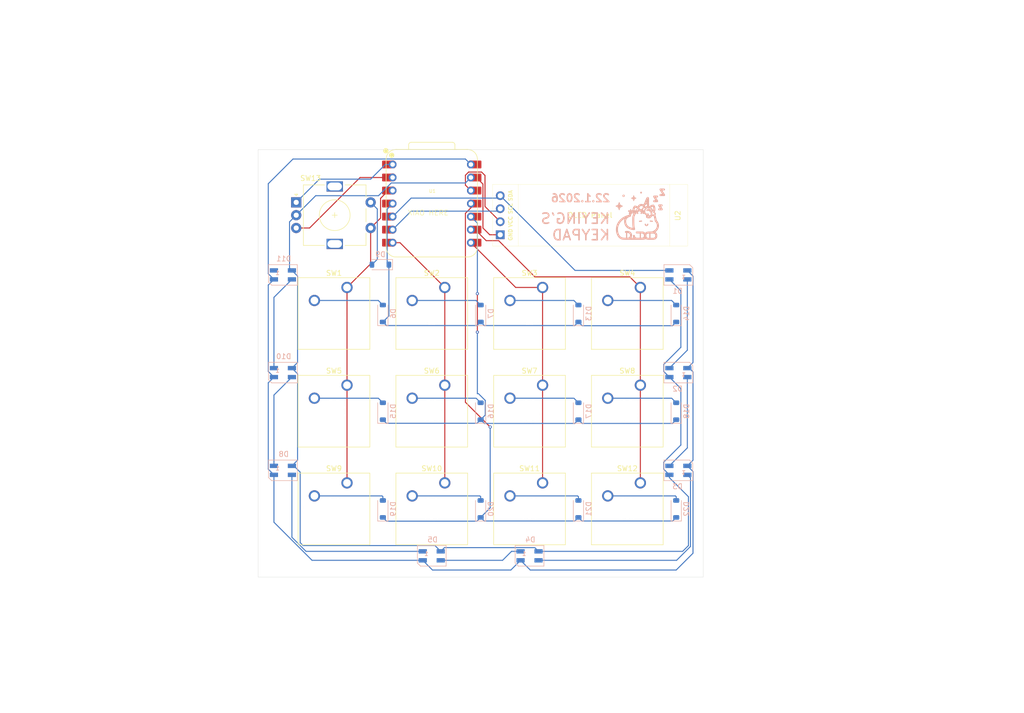
<source format=kicad_pcb>
(kicad_pcb (version 20241229) (generator "pcbnew") (generator_version "9.0")
  (layers (0 "F.Cu" signal) (2 "B.Cu" signal) (13 "F.Paste" user) (15 "B.Paste" user) (5 "F.SilkS" user "F.Silkscreen") (7 "B.SilkS" user "B.Silkscreen") (1 "F.Mask" user) (3 "B.Mask" user) (25 "Edge.Cuts" user))
  (net 0 "")
  (net 1 "+5V")
  (net 2 "GND")
  (net 3 "Net-(D6-A)")
  (net 4 "Net-(D7-A)")
  (net 5 "Net-(D13-A)")
  (net 6 "Net-(D15-A)")
  (net 7 "Net-(D16-A)")
  (net 8 "Net-(D17-A)")
  (net 9 "Net-(D18-A)")
  (net 10 "Net-(D19-A)")
  (net 11 "Row 2")
  (net 12 "Net-(D20-A)")
  (net 13 "Net-(D21-A)")
  (net 14 "Net-(D22-A)")
  (net 15 "Column 3")
  (net 16 "Column 2")
  (net 17 "Column 1")
  (net 18 "Column 0")
  (net 19 "Net-(D1-DOUT)")
  (net 20 "Net-(D2-DOUT)")
  (net 21 "Net-(D5-DOUT)")
  (net 22 "A")
  (net 23 "B")
  (net 24 "Net-(D1-DIN)")
  (net 25 "E")
  (net 26 "Net-(D9-A)")
  (net 27 "Net-(D14-A)")
  (net 28 "Net-(D3-DOUT)")
  (net 29 "Net-(D4-DOUT)")
  (net 30 "Net-(D10-DIN)")
  (net 31 "Net-(D10-DOUT)")
  (net 33 "Row 1")
  (net 34 "Net-(U1-GPIO7{slash}SCL)")
  (net 35 "+3.3V")
  (footprint "Button_Switch_Keyboard:MX CHERRY SWITCH" (layer "F.Cu") (at 140.6525 87.78875)
    (property "Reference" "SW2" (at -2.54 -2.794 0) (layer "F.SilkS"))
    (property "Value" "SW_Push_45deg")
    (pad "" np_thru_hole circle (at -7.62 5.08) (size 1.7 1.7) (drill 1.7) (layers "*.Cu" "*.Mask"))
    (pad "" np_thru_hole circle (at -2.54 5.08) (size 4 4) (drill 4) (layers "*.Cu" "*.Mask"))
    (pad "" np_thru_hole circle (at 2.54 5.08) (size 1.7 1.7) (drill 1.7) (layers "*.Cu" "*.Mask"))
    (pad "1" thru_hole circle (at 0 0) (size 2.2 2.2) (drill 1.5) (layers "*.Cu" "*.Mask") (net 16 "Column 2"))
    (pad "2" thru_hole circle (at -6.35 2.54) (size 2.2 2.2) (drill 1.5) (layers "*.Cu" "*.Mask") (net 4 "Net-(D7-A)"))
  )
  (footprint "OPL Lib:XIAO-RP2040-DIP" (layer "F.Cu") (at 138.1125 71.4375)
    (property "Reference" "U1" (at 0.1125 -2.4375 0) (layer "F.SilkS") (effects (font (size 0.635 0.635) (thickness 0.1016))))
    (property "Value" "XIAO-RP2040-DIP")
    (pad "1" smd roundrect (at -8.455 -7.62 180) (size 2.432 1.524) (layers "F.Cu" "F.Mask") (roundrect_rratio 0.1) (net 22 "A"))
    (pad "1" thru_hole circle (at -7.62 -7.62 180) (size 1.524 1.524) (drill 0.889) (layers "*.Cu" "*.Mask") (net 22 "A"))
    (pad "2" smd roundrect (at -8.455 -5.08 180) (size 2.432 1.524) (layers "F.Cu" "F.Mask") (roundrect_rratio 0.1) (net 23 "B"))
    (pad "2" thru_hole circle (at -7.62 -5.08 180) (size 1.524 1.524) (drill 0.889) (layers "*.Cu" "*.Mask") (net 23 "B"))
    (pad "3" smd roundrect (at -8.455 -2.54 180) (size 2.432 1.524) (layers "F.Cu" "F.Mask") (roundrect_rratio 0.1) (net 15 "Column 3"))
    (pad "3" thru_hole circle (at -7.62 -2.54 180) (size 1.524 1.524) (drill 0.889) (layers "*.Cu" "*.Mask") (net 15 "Column 3"))
    (pad "4" smd roundrect (at -8.455 0 180) (size 2.432 1.524) (layers "F.Cu" "F.Mask") (roundrect_rratio 0.1) (net 25 "E"))
    (pad "4" thru_hole circle (at -7.62 0 180) (size 1.524 1.524) (drill 0.889) (layers "*.Cu" "*.Mask") (net 25 "E"))
    (pad "5" smd roundrect (at -8.455 2.54 180) (size 2.432 1.524) (layers "F.Cu" "F.Mask") (roundrect_rratio 0.1) (net 24 "Net-(D1-DIN)"))
    (pad "5" thru_hole circle (at -7.62 2.54 180) (size 1.524 1.524) (drill 0.889) (layers "*.Cu" "*.Mask") (net 24 "Net-(D1-DIN)"))
    (pad "6" smd roundrect (at -8.455 5.08 180) (size 2.432 1.524) (layers "F.Cu" "F.Mask") (roundrect_rratio 0.1) (net 34 "Net-(U1-GPIO7{slash}SCL)"))
    (pad "6" thru_hole circle (at -7.62 5.08 180) (size 1.524 1.524) (drill 0.889) (layers "*.Cu" "*.Mask") (net 34 "Net-(U1-GPIO7{slash}SCL)"))
    (pad "7" smd roundrect (at -8.455 7.62 180) (size 2.432 1.524) (layers "F.Cu" "F.Mask") (roundrect_rratio 0.1) (net 16 "Column 2"))
    (pad "7" thru_hole circle (at -7.62 7.62 180) (size 1.524 1.524) (drill 0.889) (layers "*.Cu" "*.Mask") (net 16 "Column 2"))
    (pad "8" thru_hole circle (at 7.62 7.62) (size 1.524 1.524) (drill 0.889) (layers "*.Cu" "*.Mask") (net 17 "Column 1"))
    (pad "8" smd roundrect (at 8.455 7.62) (size 2.432 1.524) (layers "F.Cu" "F.Mask") (roundrect_rratio 0.1) (net 17 "Column 1"))
    (pad "9" thru_hole circle (at 7.62 5.08) (size 1.524 1.524) (drill 0.889) (layers "*.Cu" "*.Mask") (net 18 "Column 0"))
    (pad "9" smd roundrect (at 8.455 5.08) (size 2.432 1.524) (layers "F.Cu" "F.Mask") (roundrect_rratio 0.1) (net 18 "Column 0"))
    (pad "10" thru_hole circle (at 7.62 2.54) (size 1.524 1.524) (drill 0.889) (layers "*.Cu" "*.Mask") (net 33 "Row 1"))
    (pad "10" smd roundrect (at 8.455 2.54) (size 2.432 1.524) (layers "F.Cu" "F.Mask") (roundrect_rratio 0.1) (net 33 "Row 1"))
    (pad "11" thru_hole circle (at 7.62 0) (size 1.524 1.524) (drill 0.889) (layers "*.Cu" "*.Mask") (net 11 "Row 2"))
    (pad "11" smd roundrect (at 8.455 0) (size 2.432 1.524) (layers "F.Cu" "F.Mask") (roundrect_rratio 0.1) (net 11 "Row 2"))
    (pad "12" thru_hole circle (at 7.62 -2.54) (size 1.524 1.524) (drill 0.889) (layers "*.Cu" "*.Mask") (net 35 "+3.3V"))
    (pad "12" smd roundrect (at 8.455 -2.54) (size 2.432 1.524) (layers "F.Cu" "F.Mask") (roundrect_rratio 0.1) (net 35 "+3.3V"))
    (pad "13" thru_hole circle (at 7.62 -5.08) (size 1.524 1.524) (drill 0.889) (layers "*.Cu" "*.Mask") (net 2 "GND"))
    (pad "13" smd roundrect (at 8.455 -5.08) (size 2.432 1.524) (layers "F.Cu" "F.Mask") (roundrect_rratio 0.1) (net 2 "GND"))
    (pad "14" thru_hole circle (at 7.62 -7.62) (size 1.524 1.524) (drill 0.889) (layers "*.Cu" "*.Mask") (net 1 "+5V"))
    (pad "14" smd roundrect (at 8.455 -7.62) (size 2.432 1.524) (layers "F.Cu" "F.Mask") (roundrect_rratio 0.1) (net 1 "+5V"))
  )
  (footprint "Button_Switch_Keyboard:MX CHERRY SWITCH" (layer "F.Cu") (at 140.6525 125.88875)
    (property "Reference" "SW10" (at -2.54 -2.794 0) (layer "F.SilkS"))
    (property "Value" "SW_Push_45deg")
    (pad "" np_thru_hole circle (at -7.62 5.08) (size 1.7 1.7) (drill 1.7) (layers "*.Cu" "*.Mask"))
    (pad "" np_thru_hole circle (at -2.54 5.08) (size 4 4) (drill 4) (layers "*.Cu" "*.Mask"))
    (pad "" np_thru_hole circle (at 2.54 5.08) (size 1.7 1.7) (drill 1.7) (layers "*.Cu" "*.Mask"))
    (pad "1" thru_hole circle (at 0 0) (size 2.2 2.2) (drill 1.5) (layers "*.Cu" "*.Mask") (net 16 "Column 2"))
    (pad "2" thru_hole circle (at -6.35 2.54) (size 2.2 2.2) (drill 1.5) (layers "*.Cu" "*.Mask") (net 12 "Net-(D20-A)"))
  )
  (footprint "Button_Switch_Keyboard:MX CHERRY SWITCH" (layer "F.Cu") (at 159.7025 106.83875)
    (property "Reference" "SW7" (at -2.54 -2.794 0) (layer "F.SilkS"))
    (property "Value" "SW_Push_45deg")
    (pad "" np_thru_hole circle (at -7.62 5.08) (size 1.7 1.7) (drill 1.7) (layers "*.Cu" "*.Mask"))
    (pad "" np_thru_hole circle (at -2.54 5.08) (size 4 4) (drill 4) (layers "*.Cu" "*.Mask"))
    (pad "" np_thru_hole circle (at 2.54 5.08) (size 1.7 1.7) (drill 1.7) (layers "*.Cu" "*.Mask"))
    (pad "1" thru_hole circle (at 0 0) (size 2.2 2.2) (drill 1.5) (layers "*.Cu" "*.Mask") (net 17 "Column 1"))
    (pad "2" thru_hole circle (at -6.35 2.54) (size 2.2 2.2) (drill 1.5) (layers "*.Cu" "*.Mask") (net 8 "Net-(D17-A)"))
  )
  (footprint "Button_Switch_Keyboard:MX CHERRY SWITCH" (layer "F.Cu") (at 178.7525 87.78875)
    (property "Reference" "SW4" (at -2.54 -2.794 0) (layer "F.SilkS"))
    (property "Value" "SW_Push_45deg")
    (pad "" np_thru_hole circle (at -7.62 5.08) (size 1.7 1.7) (drill 1.7) (layers "*.Cu" "*.Mask"))
    (pad "" np_thru_hole circle (at -2.54 5.08) (size 4 4) (drill 4) (layers "*.Cu" "*.Mask"))
    (pad "" np_thru_hole circle (at 2.54 5.08) (size 1.7 1.7) (drill 1.7) (layers "*.Cu" "*.Mask"))
    (pad "1" thru_hole circle (at 0 0) (size 2.2 2.2) (drill 1.5) (layers "*.Cu" "*.Mask") (net 18 "Column 0"))
    (pad "2" thru_hole circle (at -6.35 2.54) (size 2.2 2.2) (drill 1.5) (layers "*.Cu" "*.Mask") (net 27 "Net-(D14-A)"))
  )
  (footprint "Button_Switch_Keyboard:MX CHERRY SWITCH" (layer "F.Cu") (at 159.7025 87.78875)
    (property "Reference" "SW3" (at -2.54 -2.794 0) (layer "F.SilkS"))
    (property "Value" "SW_Push_45deg")
    (pad "" np_thru_hole circle (at -7.62 5.08) (size 1.7 1.7) (drill 1.7) (layers "*.Cu" "*.Mask"))
    (pad "" np_thru_hole circle (at -2.54 5.08) (size 4 4) (drill 4) (layers "*.Cu" "*.Mask"))
    (pad "" np_thru_hole circle (at 2.54 5.08) (size 1.7 1.7) (drill 1.7) (layers "*.Cu" "*.Mask"))
    (pad "1" thru_hole circle (at 0 0) (size 2.2 2.2) (drill 1.5) (layers "*.Cu" "*.Mask") (net 17 "Column 1"))
    (pad "2" thru_hole circle (at -6.35 2.54) (size 2.2 2.2) (drill 1.5) (layers "*.Cu" "*.Mask") (net 5 "Net-(D13-A)"))
  )
  (footprint "Button_Switch_Keyboard:MX CHERRY SWITCH" (layer "F.Cu") (at 178.7525 125.88875)
    (property "Reference" "SW12" (at -2.54 -2.794 0) (layer "F.SilkS"))
    (property "Value" "SW_Push_45deg")
    (pad "" np_thru_hole circle (at -7.62 5.08) (size 1.7 1.7) (drill 1.7) (layers "*.Cu" "*.Mask"))
    (pad "" np_thru_hole circle (at -2.54 5.08) (size 4 4) (drill 4) (layers "*.Cu" "*.Mask"))
    (pad "" np_thru_hole circle (at 2.54 5.08) (size 1.7 1.7) (drill 1.7) (layers "*.Cu" "*.Mask"))
    (pad "1" thru_hole circle (at 0 0) (size 2.2 2.2) (drill 1.5) (layers "*.Cu" "*.Mask") (net 18 "Column 0"))
    (pad "2" thru_hole circle (at -6.35 2.54) (size 2.2 2.2) (drill 1.5) (layers "*.Cu" "*.Mask") (net 14 "Net-(D22-A)"))
  )
  (footprint "Button_Switch_Keyboard:MX CHERRY SWITCH" (layer "F.Cu") (at 178.7525 106.83875)
    (property "Reference" "SW8" (at -2.54 -2.794 0) (layer "F.SilkS"))
    (property "Value" "SW_Push_45deg")
    (pad "" np_thru_hole circle (at -7.62 5.08) (size 1.7 1.7) (drill 1.7) (layers "*.Cu" "*.Mask"))
    (pad "" np_thru_hole circle (at -2.54 5.08) (size 4 4) (drill 4) (layers "*.Cu" "*.Mask"))
    (pad "" np_thru_hole circle (at 2.54 5.08) (size 1.7 1.7) (drill 1.7) (layers "*.Cu" "*.Mask"))
    (pad "1" thru_hole circle (at 0 0) (size 2.2 2.2) (drill 1.5) (layers "*.Cu" "*.Mask") (net 18 "Column 0"))
    (pad "2" thru_hole circle (at -6.35 2.54) (size 2.2 2.2) (drill 1.5) (layers "*.Cu" "*.Mask") (net 9 "Net-(D18-A)"))
  )
  (footprint "OLED:SSD1306-0.91-OLED-4pin-128x32" (layer "F.Cu") (at 187.95375 79.70375 180)
    (property "Reference" "U2" (at 1.9 5.91 90) (layer "F.SilkS"))
    (property "Value" "SSD1306")
    (fp_text user "SDA" (at 34.5 9.81 90) (layer "F.SilkS") (effects (font (size 0.75 0.75))))
    (fp_text user "OLED Panel" (at 19 6 0) (layer "F.SilkS"))
    (fp_text user "GND" (at 34.5 2.19 90) (layer "F.SilkS") (effects (font (size 0.75 0.75))))
    (fp_text user "VCC" (at 34.5 4.73 90) (layer "F.SilkS") (effects (font (size 0.75 0.75))))
    (fp_text user "SCL" (at 34.5 7.27 90) (layer "F.SilkS") (effects (font (size 0.75 0.75))))
    (pad "1" thru_hole rect (at 36.5 2.19 180) (size 1.7 1.7) (drill 1) (layers "*.Cu" "*.Mask") (net 2 "GND"))
    (pad "2" thru_hole oval (at 36.5 4.73 180) (size 1.7 1.7) (drill 1) (layers "*.Cu" "*.Mask") (net 35 "+3.3V"))
    (pad "3" thru_hole oval (at 36.5 7.27 180) (size 1.7 1.7) (drill 1) (layers "*.Cu" "*.Mask") (net 34 "Net-(U1-GPIO7{slash}SCL)"))
    (pad "4" thru_hole oval (at 36.5 9.81 180) (size 1.7 1.7) (drill 1) (layers "*.Cu" "*.Mask") (net 24 "Net-(D1-DIN)"))
  )
  (footprint "Button_Switch_Keyboard:MX CHERRY SWITCH" (layer "F.Cu") (at 159.7025 125.88875)
    (property "Reference" "SW11" (at -2.54 -2.794 0) (layer "F.SilkS"))
    (property "Value" "SW_Push_45deg")
    (pad "" np_thru_hole circle (at -7.62 5.08) (size 1.7 1.7) (drill 1.7) (layers "*.Cu" "*.Mask"))
    (pad "" np_thru_hole circle (at -2.54 5.08) (size 4 4) (drill 4) (layers "*.Cu" "*.Mask"))
    (pad "" np_thru_hole circle (at 2.54 5.08) (size 1.7 1.7) (drill 1.7) (layers "*.Cu" "*.Mask"))
    (pad "1" thru_hole circle (at 0 0) (size 2.2 2.2) (drill 1.5) (layers "*.Cu" "*.Mask") (net 17 "Column 1"))
    (pad "2" thru_hole circle (at -6.35 2.54) (size 2.2 2.2) (drill 1.5) (layers "*.Cu" "*.Mask") (net 13 "Net-(D21-A)"))
  )
  (footprint "Button_Switch_Keyboard:MX CHERRY SWITCH" (layer "F.Cu") (at 121.6025 125.88875)
    (property "Reference" "SW9" (at -2.54 -2.794 0) (layer "F.SilkS"))
    (property "Value" "SW_Push_45deg")
    (pad "" np_thru_hole circle (at -7.62 5.08) (size 1.7 1.7) (drill 1.7) (layers "*.Cu" "*.Mask"))
    (pad "" np_thru_hole circle (at -2.54 5.08) (size 4 4) (drill 4) (layers "*.Cu" "*.Mask"))
    (pad "" np_thru_hole circle (at 2.54 5.08) (size 1.7 1.7) (drill 1.7) (layers "*.Cu" "*.Mask"))
    (pad "1" thru_hole circle (at 0 0) (size 2.2 2.2) (drill 1.5) (layers "*.Cu" "*.Mask") (net 15 "Column 3"))
    (pad "2" thru_hole circle (at -6.35 2.54) (size 2.2 2.2) (drill 1.5) (layers "*.Cu" "*.Mask") (net 10 "Net-(D19-A)"))
  )
  (footprint "Button_Switch_Keyboard:MX CHERRY SWITCH" (layer "F.Cu") (at 140.6525 106.83875)
    (property "Reference" "SW6" (at -2.54 -2.794 0) (layer "F.SilkS"))
    (property "Value" "SW_Push_45deg")
    (pad "" np_thru_hole circle (at -7.62 5.08) (size 1.7 1.7) (drill 1.7) (layers "*.Cu" "*.Mask"))
    (pad "" np_thru_hole circle (at -2.54 5.08) (size 4 4) (drill 4) (layers "*.Cu" "*.Mask"))
    (pad "" np_thru_hole circle (at 2.54 5.08) (size 1.7 1.7) (drill 1.7) (layers "*.Cu" "*.Mask"))
    (pad "1" thru_hole circle (at 0 0) (size 2.2 2.2) (drill 1.5) (layers "*.Cu" "*.Mask") (net 16 "Column 2"))
    (pad "2" thru_hole circle (at -6.35 2.54) (size 2.2 2.2) (drill 1.5) (layers "*.Cu" "*.Mask") (net 7 "Net-(D16-A)"))
  )
  (footprint "Rotary encoder:RotaryEncoder_Alps_EC11E-Switch_Vertical_H20mm" (layer "F.Cu") (at 111.70625 71.2)
    (property "Reference" "SW13" (at 2.8 -4.7 0) (layer "F.SilkS"))
    (property "Value" "RotaryEncoder_Switch")
    (pad "A" thru_hole rect (at 0 0) (size 2 2) (drill 1) (layers "*.Cu" "*.Mask") (net 22 "A"))
    (pad "B" thru_hole circle (at 0 5) (size 2 2) (drill 1) (layers "*.Cu" "*.Mask") (net 23 "B"))
    (pad "C" thru_hole circle (at 0 2.5) (size 2 2) (drill 1) (layers "*.Cu" "*.Mask") (net 2 "GND"))
    (pad "MP" thru_hole rect (at 7.5 -3.1) (size 3.2 2) (drill oval 2.8 1.5) (layers "*.Cu" "*.Mask"))
    (pad "MP" thru_hole rect (at 7.5 8.1) (size 3.2 2) (drill oval 2.8 1.5) (layers "*.Cu" "*.Mask"))
    (pad "S1" thru_hole circle (at 14.5 5) (size 2 2) (drill 1) (layers "*.Cu" "*.Mask") (net 15 "Column 3"))
    (pad "S2" thru_hole circle (at 14.5 0) (size 2 2) (drill 1) (layers "*.Cu" "*.Mask") (net 26 "Net-(D9-A)"))
  )
  (footprint "Button_Switch_Keyboard:MX CHERRY SWITCH" (layer "F.Cu") (at 121.6025 87.78875)
    (property "Reference" "SW1" (at -2.54 -2.794 0) (layer "F.SilkS"))
    (property "Value" "SW_Push_45deg")
    (pad "" np_thru_hole circle (at -7.62 5.08) (size 1.7 1.7) (drill 1.7) (layers "*.Cu" "*.Mask"))
    (pad "" np_thru_hole circle (at -2.54 5.08) (size 4 4) (drill 4) (layers "*.Cu" "*.Mask"))
    (pad "" np_thru_hole circle (at 2.54 5.08) (size 1.7 1.7) (drill 1.7) (layers "*.Cu" "*.Mask"))
    (pad "1" thru_hole circle (at 0 0) (size 2.2 2.2) (drill 1.5) (layers "*.Cu" "*.Mask") (net 15 "Column 3"))
    (pad "2" thru_hole circle (at -6.35 2.54) (size 2.2 2.2) (drill 1.5) (layers "*.Cu" "*.Mask") (net 3 "Net-(D6-A)"))
  )
  (footprint "Button_Switch_Keyboard:MX CHERRY SWITCH" (layer "F.Cu") (at 121.6025 106.83875)
    (property "Reference" "SW5" (at -2.54 -2.794 0) (layer "F.SilkS"))
    (property "Value" "SW_Push_45deg")
    (pad "" np_thru_hole circle (at -7.62 5.08) (size 1.7 1.7) (drill 1.7) (layers "*.Cu" "*.Mask"))
    (pad "" np_thru_hole circle (at -2.54 5.08) (size 4 4) (drill 4) (layers "*.Cu" "*.Mask"))
    (pad "" np_thru_hole circle (at 2.54 5.08) (size 1.7 1.7) (drill 1.7) (layers "*.Cu" "*.Mask"))
    (pad "1" thru_hole circle (at 0 0) (size 2.2 2.2) (drill 1.5) (layers "*.Cu" "*.Mask") (net 15 "Column 3"))
    (pad "2" thru_hole circle (at -6.35 2.54) (size 2.2 2.2) (drill 1.5) (layers "*.Cu" "*.Mask") (net 6 "Net-(D15-A)"))
  )
  (footprint "Diode_SMD:D_SOD-123" (layer "B.Cu") (at 185.7375 92.86875 90)
    (property "Reference" "D14" (at 0 2 270) (layer "B.SilkS") (effects (justify mirror)))
    (property "Value" "1N4148WT")
    (pad "1" smd roundrect (at -1.65 0 90) (size 0.9 1.2) (layers "B.Cu" "B.Mask" "B.Paste") (net 25 "E"))
    (pad "2" smd roundrect (at 1.65 0 90) (size 0.9 1.2) (layers "B.Cu" "B.Mask" "B.Paste") (net 27 "Net-(D14-A)"))
  )
  (footprint "LED_SMD:LEDSK6812 MODEL" (layer "B.Cu") (at 138.1125 140.1125 180)
    (property "Reference" "D5" (at -0.15625 3.15625 0) (layer "B.SilkS") (effects (justify mirror)))
    (property "Value" "SK6812")
    (fp_text user "1" (at 1.051371 0.402742 0) (layer "B.SilkS") (effects (font (size 0.8 0.8)) (justify mirror)))
    (pad "1" smd rect (at -1.75 0.875 180) (size 1.6 0.85) (layers "B.Cu" "B.Mask" "B.Paste") (net 2 "GND"))
    (pad "2" smd rect (at -1.75 -0.875 180) (size 1.6 0.85) (layers "B.Cu" "B.Mask" "B.Paste") (net 29 "Net-(D4-DOUT)"))
    (pad "3" smd rect (at 1.75 -0.875 180) (size 1.6 0.85) (layers "B.Cu" "B.Mask" "B.Paste") (net 1 "+5V"))
    (pad "4" smd rect (at 1.75 0.875 180) (size 1.6 0.85) (layers "B.Cu" "B.Mask" "B.Paste") (net 21 "Net-(D5-DOUT)"))
  )
  (footprint "Diode_SMD:D_SOD-123" (layer "B.Cu") (at 128.5875 111.91875 90)
    (property "Reference" "D15" (at 0 2 270) (layer "B.SilkS") (effects (justify mirror)))
    (property "Value" "1N4148WT")
    (pad "1" smd roundrect (at -1.65 0 90) (size 0.9 1.2) (layers "B.Cu" "B.Mask" "B.Paste") (net 33 "Row 1"))
    (pad "2" smd roundrect (at 1.65 0 90) (size 0.9 1.2) (layers "B.Cu" "B.Mask" "B.Paste") (net 6 "Net-(D15-A)"))
  )
  (footprint "Diode_SMD:D_SOD-123" (layer "B.Cu") (at 128.11125 83.34375 180)
    (property "Reference" "D9" (at 0 2 0) (layer "B.SilkS") (effects (justify mirror)))
    (property "Value" "1N4148WT")
    (pad "1" smd roundrect (at -1.65 0 180) (size 0.9 1.2) (layers "B.Cu" "B.Mask" "B.Paste") (net 25 "E"))
    (pad "2" smd roundrect (at 1.65 0 180) (size 0.9 1.2) (layers "B.Cu" "B.Mask" "B.Paste") (net 26 "Net-(D9-A)"))
  )
  (footprint "Hackpad:unicorn 12x12" (layer "B.Cu") (at 178.75 73.5 180)
    (property "Reference" "G***" (at 0 0 0) (layer "B.SilkS") (effects (font (size 1.5 1.5) (thickness 0.3)) (justify mirror)))
    (property "Value" "LOGO" (hide yes))
  )
  (footprint "Diode_SMD:D_SOD-123" (layer "B.Cu") (at 128.5875 92.86875 90)
    (property "Reference" "D6" (at 0 2 270) (layer "B.SilkS") (effects (justify mirror)))
    (property "Value" "1N4148WT")
    (pad "1" smd roundrect (at -1.65 0 90) (size 0.9 1.2) (layers "B.Cu" "B.Mask" "B.Paste") (net 25 "E"))
    (pad "2" smd roundrect (at 1.65 0 90) (size 0.9 1.2) (layers "B.Cu" "B.Mask" "B.Paste") (net 3 "Net-(D6-A)"))
  )
  (footprint "LED_SMD:LEDSK6812 MODEL" (layer "B.Cu") (at 109.11875 123.44375 180)
    (property "Reference" "D8" (at -0.15625 3.15625 0) (layer "B.SilkS") (effects (justify mirror)))
    (property "Value" "SK6812")
    (fp_text user "1" (at 1.051371 0.402742 0) (layer "B.SilkS") (effects (font (size 0.8 0.8)) (justify mirror)))
    (pad "1" smd rect (at -1.75 0.875 180) (size 1.6 0.85) (layers "B.Cu" "B.Mask" "B.Paste") (net 2 "GND"))
    (pad "2" smd rect (at -1.75 -0.875 180) (size 1.6 0.85) (layers "B.Cu" "B.Mask" "B.Paste") (net 21 "Net-(D5-DOUT)"))
    (pad "3" smd rect (at 1.75 -0.875 180) (size 1.6 0.85) (layers "B.Cu" "B.Mask" "B.Paste") (net 1 "+5V"))
    (pad "4" smd rect (at 1.75 0.875 180) (size 1.6 0.85) (layers "B.Cu" "B.Mask" "B.Paste") (net 30 "Net-(D10-DIN)"))
  )
  (footprint "Diode_SMD:D_SOD-123" (layer "B.Cu") (at 185.7375 111.91875 90)
    (property "Reference" "D18" (at 0 2 270) (layer "B.SilkS") (effects (justify mirror)))
    (property "Value" "1N4148WT")
    (pad "1" smd roundrect (at -1.65 0 90) (size 0.9 1.2) (layers "B.Cu" "B.Mask" "B.Paste") (net 33 "Row 1"))
    (pad "2" smd roundrect (at 1.65 0 90) (size 0.9 1.2) (layers "B.Cu" "B.Mask" "B.Paste") (net 9 "Net-(D18-A)"))
  )
  (footprint "Diode_SMD:D_SOD-123" (layer "B.Cu") (at 166.6875 111.91875 90)
    (property "Reference" "D17" (at 0 2 270) (layer "B.SilkS") (effects (justify mirror)))
    (property "Value" "1N4148WT")
    (pad "1" smd roundrect (at -1.65 0 90) (size 0.9 1.2) (layers "B.Cu" "B.Mask" "B.Paste") (net 33 "Row 1"))
    (pad "2" smd roundrect (at 1.65 0 90) (size 0.9 1.2) (layers "B.Cu" "B.Mask" "B.Paste") (net 8 "Net-(D17-A)"))
  )
  (footprint "Diode_SMD:D_SOD-123" (layer "B.Cu") (at 166.6875 92.86875 90)
    (property "Reference" "D13" (at 0 2 270) (layer "B.SilkS") (effects (justify mirror)))
    (property "Value" "1N4148WT")
    (pad "1" smd roundrect (at -1.65 0 90) (size 0.9 1.2) (layers "B.Cu" "B.Mask" "B.Paste") (net 25 "E"))
    (pad "2" smd roundrect (at 1.65 0 90) (size 0.9 1.2) (layers "B.Cu" "B.Mask" "B.Paste") (net 5 "Net-(D13-A)"))
  )
  (footprint "Diode_SMD:D_SOD-123" (layer "B.Cu") (at 185.7375 130.96875 90)
    (property "Reference" "D22" (at 0 2 270) (layer "B.SilkS") (effects (justify mirror)))
    (property "Value" "1N4148WT")
    (pad "1" smd roundrect (at -1.65 0 90) (size 0.9 1.2) (layers "B.Cu" "B.Mask" "B.Paste") (net 11 "Row 2"))
    (pad "2" smd roundrect (at 1.65 0 90) (size 0.9 1.2) (layers "B.Cu" "B.Mask" "B.Paste") (net 14 "Net-(D22-A)"))
  )
  (footprint "Diode_SMD:D_SOD-123" (layer "B.Cu") (at 147.6375 111.91875 90)
    (property "Reference" "D16" (at 0 2 270) (layer "B.SilkS") (effects (justify mirror)))
    (property "Value" "1N4148WT")
    (pad "1" smd roundrect (at -1.65 0 90) (size 0.9 1.2) (layers "B.Cu" "B.Mask" "B.Paste") (net 33 "Row 1"))
    (pad "2" smd roundrect (at 1.65 0 90) (size 0.9 1.2) (layers "B.Cu" "B.Mask" "B.Paste") (net 7 "Net-(D16-A)"))
  )
  (footprint "LED_SMD:LEDSK6812 MODEL" (layer "B.Cu") (at 186.15625 123.44375)
    (property "Reference" "D3" (at -0.15625 3.15625 180) (layer "B.SilkS") (effects (justify mirror)))
    (property "Value" "SK6812")
    (fp_text user "1" (at 1.051371 0.402742 180) (layer "B.SilkS") (effects (font (size 0.8 0.8)) (justify mirror)))
    (pad "1" smd rect (at -1.75 0.875) (size 1.6 0.85) (layers "B.Cu" "B.Mask" "B.Paste") (net 2 "GND"))
    (pad "2" smd rect (at -1.75 -0.875) (size 1.6 0.85) (layers "B.Cu" "B.Mask" "B.Paste") (net 20 "Net-(D2-DOUT)"))
    (pad "3" smd rect (at 1.75 -0.875) (size 1.6 0.85) (layers "B.Cu" "B.Mask" "B.Paste") (net 1 "+5V"))
    (pad "4" smd rect (at 1.75 0.875) (size 1.6 0.85) (layers "B.Cu" "B.Mask" "B.Paste") (net 28 "Net-(D3-DOUT)"))
  )
  (footprint "Diode_SMD:D_SOD-123" (layer "B.Cu") (at 166.6875 130.96875 90)
    (property "Reference" "D21" (at 0 2 270) (layer "B.SilkS") (effects (justify mirror)))
    (property "Value" "1N4148WT")
    (pad "1" smd roundrect (at -1.65 0 90) (size 0.9 1.2) (layers "B.Cu" "B.Mask" "B.Paste") (net 11 "Row 2"))
    (pad "2" smd roundrect (at 1.65 0 90) (size 0.9 1.2) (layers "B.Cu" "B.Mask" "B.Paste") (net 13 "Net-(D21-A)"))
  )
  (footprint "LED_SMD:LEDSK6812 MODEL" (layer "B.Cu") (at 109.11875 104.39375 180)
    (property "Reference" "D10" (at -0.15625 3.15625 0) (layer "B.SilkS") (effects (justify mirror)))
    (property "Value" "SK6812")
    (fp_text user "1" (at 1.051371 0.402742 0) (layer "B.SilkS") (effects (font (size 0.8 0.8)) (justify mirror)))
    (pad "1" smd rect (at -1.75 0.875 180) (size 1.6 0.85) (layers "B.Cu" "B.Mask" "B.Paste") (net 2 "GND"))
    (pad "2" smd rect (at -1.75 -0.875 180) (size 1.6 0.85) (layers "B.Cu" "B.Mask" "B.Paste") (net 30 "Net-(D10-DIN)"))
    (pad "3" smd rect (at 1.75 -0.875 180) (size 1.6 0.85) (layers "B.Cu" "B.Mask" "B.Paste") (net 1 "+5V"))
    (pad "4" smd rect (at 1.75 0.875 180) (size 1.6 0.85) (layers "B.Cu" "B.Mask" "B.Paste") (net 31 "Net-(D10-DOUT)"))
  )
  (footprint "LED_SMD:LEDSK6812 MODEL" (layer "B.Cu") (at 186.15625 104.39375)
    (property "Reference" "D2" (at -0.15625 3.15625 180) (layer "B.SilkS") (effects (justify mirror)))
    (property "Value" "SK6812")
    (fp_text user "1" (at 1.051371 0.402742 180) (layer "B.SilkS") (effects (font (size 0.8 0.8)) (justify mirror)))
    (pad "1" smd rect (at -1.75 0.875) (size 1.6 0.85) (layers "B.Cu" "B.Mask" "B.Paste") (net 2 "GND"))
    (pad "2" smd rect (at -1.75 -0.875) (size 1.6 0.85) (layers "B.Cu" "B.Mask" "B.Paste") (net 19 "Net-(D1-DOUT)"))
    (pad "3" smd rect (at 1.75 -0.875) (size 1.6 0.85) (layers "B.Cu" "B.Mask" "B.Paste") (net 1 "+5V"))
    (pad "4" smd rect (at 1.75 0.875) (size 1.6 0.85) (layers "B.Cu" "B.Mask" "B.Paste") (net 20 "Net-(D2-DOUT)"))
  )
  (footprint "Diode_SMD:D_SOD-123" (layer "B.Cu") (at 147.6375 130.96875 90)
    (property "Reference" "D20" (at 0 2 270) (layer "B.SilkS") (effects (justify mirror)))
    (property "Value" "1N4148WT")
    (pad "1" smd roundrect (at -1.65 0 90) (size 0.9 1.2) (layers "B.Cu" "B.Mask" "B.Paste") (net 11 "Row 2"))
    (pad "2" smd roundrect (at 1.65 0 90) (size 0.9 1.2) (layers "B.Cu" "B.Mask" "B.Paste") (net 12 "Net-(D20-A)"))
  )
  (footprint "Diode_SMD:D_SOD-123" (layer "B.Cu") (at 147.6375 92.86875 90)
    (property "Reference" "D7" (at 0 2 270) (layer "B.SilkS") (effects (justify mirror)))
    (property "Value" "1N4148WT")
    (pad "1" smd roundrect (at -1.65 0 90) (size 0.9 1.2) (layers "B.Cu" "B.Mask" "B.Paste") (net 25 "E"))
    (pad "2" smd roundrect (at 1.65 0 90) (size 0.9 1.2) (layers "B.Cu" "B.Mask" "B.Paste") (net 4 "Net-(D7-A)"))
  )
  (footprint "LED_SMD:LEDSK6812 MODEL" (layer "B.Cu") (at 109.11875 85.34375 180)
    (property "Reference" "D11" (at -0.15625 3.15625 0) (layer "B.SilkS") (effects (justify mirror)))
    (property "Value" "SK6812")
    (fp_text user "1" (at 1.051371 0.402742 0) (layer "B.SilkS") (effects (font (size 0.8 0.8)) (justify mirror)))
    (pad "1" smd rect (at -1.75 0.875 180) (size 1.6 0.85) (layers "B.Cu" "B.Mask" "B.Paste") (net 2 "GND"))
    (pad "2" smd rect (at -1.75 -0.875 180) (size 1.6 0.85) (layers "B.Cu" "B.Mask" "B.Paste") (net 31 "Net-(D10-DOUT)"))
    (pad "3" smd rect (at 1.75 -0.875 180) (size 1.6 0.85) (layers "B.Cu" "B.Mask" "B.Paste") (net 1 "+5V"))
    (pad "4" smd rect (at 1.75 0.875 180) (size 1.6 0.85) (layers "B.Cu" "B.Mask" "B.Paste"))
  )
  (footprint "LED_SMD:LEDSK6812 MODEL" (layer "B.Cu") (at 186.15625 85.34375)
    (property "Reference" "D1" (at -0.15625 3.15625 180) (layer "B.SilkS") (effects (justify mirror)))
    (property "Value" "SK6812")
    (fp_text user "1" (at 1.051371 0.402742 180) (layer "B.SilkS") (effects (font (size 0.8 0.8)) (justify mirror)))
    (pad "1" smd rect (at -1.75 0.875) (size 1.6 0.85) (layers "B.Cu" "B.Mask" "B.Paste") (net 2 "GND"))
    (pad "2" smd rect (at -1.75 -0.875) (size 1.6 0.85) (layers "B.Cu" "B.Mask" "B.Paste") (net 24 "Net-(D1-DIN)"))
    (pad "3" smd rect (at 1.75 -0.875) (size 1.6 0.85) (layers "B.Cu" "B.Mask" "B.Paste") (net 1 "+5V"))
    (pad "4" smd rect (at 1.75 0.875) (size 1.6 0.85) (layers "B.Cu" "B.Mask" "B.Paste") (net 19 "Net-(D1-DOUT)"))
  )
  (footprint "LED_SMD:LEDSK6812 MODEL" (layer "B.Cu") (at 157.1625 140.1125 180)
    (property "Reference" "D4" (at -0.15625 3.15625 0) (layer "B.SilkS") (effects (justify mirror)))
    (property "Value" "SK6812")
    (fp_text user "1" (at 1.051371 0.402742 0) (layer "B.SilkS") (effects (font (size 0.8 0.8)) (justify mirror)))
    (pad "1" smd rect (at -1.75 0.875 180) (size 1.6 0.85) (layers "B.Cu" "B.Mask" "B.Paste") (net 2 "GND"))
    (pad "2" smd rect (at -1.75 -0.875 180) (size 1.6 0.85) (layers "B.Cu" "B.Mask" "B.Paste") (net 28 "Net-(D3-DOUT)"))
    (pad "3" smd rect (at 1.75 -0.875 180) (size 1.6 0.85) (layers "B.Cu" "B.Mask" "B.Paste") (net 1 "+5V"))
    (pad "4" smd rect (at 1.75 0.875 180) (size 1.6 0.85) (layers "B.Cu" "B.Mask" "B.Paste") (net 29 "Net-(D4-DOUT)"))
  )
  (footprint "Diode_SMD:D_SOD-123" (layer "B.Cu") (at 128.5875 130.96875 90)
    (property "Reference" "D19" (at 0 2 270) (layer "B.SilkS") (effects (justify mirror)))
    (property "Value" "1N4148WT")
    (pad "1" smd roundrect (at -1.65 0 90) (size 0.9 1.2) (layers "B.Cu" "B.Mask" "B.Paste") (net 11 "Row 2"))
    (pad "2" smd roundrect (at 1.65 0 90) (size 0.9 1.2) (layers "B.Cu" "B.Mask" "B.Paste") (net 10 "Net-(D19-A)"))
  )
  (gr_rect (start 104.275 60.9125) (end 191 144.25625) (stroke (width 0.05)) (fill no) (layer "Edge.Cuts"))
  (gr_text "XIAO HERE" (at 133.35 73.81875 0) (layer "F.SilkS") (effects (font (size 1 1) (thickness 0.1)) (justify left bottom)))
  (gr_text "KEYING'S\nKEYPAD" (at 173 78.75 0) (layer "B.SilkS") (effects (font (size 2 2) (thickness 0.3)) (justify left bottom mirror)))
  (gr_text "22.1.2026" (at 173 71.25 -0) (layer "B.SilkS") (effects (font (size 1.5 1.5) (thickness 0.3) (bold yes)) (justify left bottom mirror)))
  (segment (start 188.28125 103.51875) (end 189.00725 104.24475) (width 0.2) (layer "B.Cu") (net 1))
  (segment (start 189.00725 85.56975) (end 187.90625 84.46875) (width 0.2) (layer "B.Cu") (net 1))
  (segment (start 189.00725 123.66975) (end 187.90625 122.56875) (width 0.2) (layer "B.Cu") (net 1))
  (segment (start 106.26775 87.31975) (end 106.26775 104.16775) (width 0.2) (layer "B.Cu") (net 1))
  (segment (start 106.26775 104.16775) (end 107.36875 105.26875) (width 0.2) (layer "B.Cu") (net 1))
  (segment (start 189.00725 139.60525) (end 189.00725 123.66975) (width 0.2) (layer "B.Cu") (net 1))
  (segment (start 187.90625 103.51875) (end 188.28125 103.51875) (width 0.2) (layer "B.Cu") (net 1))
  (segment (start 107.36875 86.21875) (end 106.26775 85.11775) (width 0.2) (layer "B.Cu") (net 1))
  (segment (start 107.36875 105.26875) (end 106.26775 106.36975) (width 0.2) (layer "B.Cu") (net 1))
  (segment (start 111.07675 62.7545) (end 144.6695 62.7545) (width 0.2) (layer "B.Cu") (net 1))
  (segment (start 189.00725 102.41775) (end 189.00725 85.56975) (width 0.2) (layer "B.Cu") (net 1))
  (segment (start 187.90625 103.51875) (end 189.00725 102.41775) (width 0.2) (layer "B.Cu") (net 1))
  (segment (start 185.7375 142.875) (end 189.00725 139.60525) (width 0.2) (layer "B.Cu") (net 1))
  (segment (start 106.26775 106.36975) (end 106.26775 123.21775) (width 0.2) (layer "B.Cu") (net 1))
  (segment (start 153.525 142.875) (end 155.4125 140.9875) (width 0.2) (layer "B.Cu") (net 1))
  (segment (start 157.3 142.875) (end 185.7375 142.875) (width 0.2) (layer "B.Cu") (net 1))
  (segment (start 136.3625 140.9875) (end 138.25 142.875) (width 0.2) (layer "B.Cu") (net 1))
  (segment (start 106.26775 67.5635) (end 111.07675 62.7545) (width 0.2) (layer "B.Cu") (net 1))
  (segment (start 114.79375 140.9875) (end 136.3625 140.9875) (width 0.2) (layer "B.Cu") (net 1))
  (segment (start 155.4125 140.9875) (end 157.3 142.875) (width 0.2) (layer "B.Cu") (net 1))
  (segment (start 189.00725 121.46775) (end 187.90625 122.56875) (width 0.2) (layer "B.Cu") (net 1))
  (segment (start 107.36875 86.21875) (end 106.26775 87.31975) (width 0.2) (layer "B.Cu") (net 1))
  (segment (start 106.26775 123.21775) (end 107.36875 124.31875) (width 0.2) (layer "B.Cu") (net 1))
  (segment (start 107.36875 124.31875) (end 107.36875 133.5625) (width 0.2) (layer "B.Cu") (net 1))
  (segment (start 189.00725 104.24475) (end 189.00725 121.46775) (width 0.2) (layer "B.Cu") (net 1))
  (segment (start 138.25 142.875) (end 153.525 142.875) (width 0.2) (layer "B.Cu") (net 1))
  (segment (start 107.36875 133.5625) (end 114.79375 140.9875) (width 0.2) (layer "B.Cu") (net 1))
  (segment (start 144.6695 62.7545) (end 145.7325 63.8175) (width 0.2) (layer "B.Cu") (net 1))
  (segment (start 106.26775 85.11775) (end 106.26775 67.5635) (width 0.2) (layer "B.Cu") (net 1))
  (segment (start 146.81013 66.3575) (end 145.7325 66.3575) (width 0.2) (layer "F.Cu") (net 2))
  (segment (start 148.0845 67.63187) (end 146.81013 66.3575) (width 0.2) (layer "F.Cu") (net 2))
  (segment (start 149.39825 77.51375) (end 148.0845 76.2) (width 0.2) (layer "F.Cu") (net 2))
  (segment (start 151.45375 77.51375) (end 149.39825 77.51375) (width 0.2) (layer "F.Cu") (net 2))
  (segment (start 148.0845 76.2) (end 148.0845 67.63187) (width 0.2) (layer "F.Cu") (net 2))
  (segment (start 110.86875 122.56875) (end 111.96975 121.46775) (width 0.2) (layer "B.Cu") (net 2))
  (segment (start 113.05295 138.1125) (end 112.48585 137.5454) (width 0.2) (layer "B.Cu") (net 2))
  (segment (start 112.48585 137.5454) (end 112.48585 123.81085) (width 0.2) (layer "B.Cu") (net 2))
  (segment (start 184.40625 105.26875) (end 186.6385 107.501) (width 0.2) (layer "B.Cu") (net 2))
  (segment (start 111.70625 73.7) (end 115.50725 69.899) (width 0.2) (layer "B.Cu") (net 2))
  (segment (start 188.11875 138.1125) (end 188.11875 128.5875) (width 0.2) (layer "B.Cu") (net 2))
  (segment (start 151.45375 77.51375) (end 150.973 77.9945) (width 0.2) (layer "B.Cu") (net 2))
  (segment (start 186.6385 88.451) (end 186.6385 99.4595) (width 0.2) (layer "B.Cu") (net 2))
  (segment (start 158.1865 138.5115) (end 158.9125 139.2375) (width 0.2) (layer "B.Cu") (net 2))
  (segment (start 111.96975 104.61975) (end 110.86875 103.51875) (width 0.2) (layer "B.Cu") (net 2))
  (segment (start 111.96975 85.56975) (end 111.96975 102.41775) (width 0.2) (layer "B.Cu") (net 2))
  (segment (start 158.9125 139.2375) (end 186.99375 139.2375) (width 0.2) (layer "B.Cu") (net 2))
  (segment (start 111.96975 102.41775) (end 110.86875 103.51875) (width 0.2) (layer "B.Cu") (net 2))
  (segment (start 188.11875 128.5875) (end 184.40625 124.875) (width 0.2) (layer "B.Cu") (net 2))
  (segment (start 184.40625 86.21875) (end 186.6385 88.451) (width 0.2) (layer "B.Cu") (net 2))
  (segment (start 110.86875 84.46875) (end 111.96975 85.56975) (width 0.2) (layer "B.Cu") (net 2))
  (segment (start 183.30525 102.79275) (end 183.30525 104.16775) (width 0.2) (layer "B.Cu") (net 2))
  (segment (start 183.30525 104.16775) (end 184.40625 105.26875) (width 0.2) (layer "B.Cu") (net 2))
  (segment (start 183.30525 123.21775) (end 184.40625 124.31875) (width 0.2) (layer "B.Cu") (net 2))
  (segment (start 186.6385 99.4595) (end 183.30525 102.79275) (width 0.2) (layer "B.Cu") (net 2))
  (segment (start 111.70625 73.7) (end 110.40525 75.001) (width 0.2) (layer "B.Cu") (net 2))
  (segment (start 139.8625 139.2375) (end 138.7375 138.1125) (width 0.2) (layer "B.Cu") (net 2))
  (segment (start 115.50725 69.899) (end 127.74475 69.899) (width 0.2) (layer "B.Cu") (net 2))
  (segment (start 127.74475 69.899) (end 130.22325 67.4205) (width 0.2) (layer "B.Cu") (net 2))
  (segment (start 138.7375 138.1125) (end 113.05295 138.1125) (width 0.2) (layer "B.Cu") (net 2))
  (segment (start 139.8625 139.2375) (end 140.5885 138.5115) (width 0.2) (layer "B.Cu") (net 2))
  (segment (start 183.30525 121.84275) (end 183.30525 123.21775) (width 0.2) (layer "B.Cu") (net 2))
  (segment (start 140.5885 138.5115) (end 158.1865 138.5115) (width 0.2) (layer "B.Cu") (net 2))
  (segment (start 110.40525 75.001) (end 110.40525 84.00525) (width 0.2) (layer "B.Cu") (net 2))
  (segment (start 144.6695 67.4205) (end 145.7325 66.3575) (width 0.2) (layer "B.Cu") (net 2))
  (segment (start 112.48585 123.81085) (end 111.24375 122.56875) (width 0.2) (layer "B.Cu") (net 2))
  (segment (start 186.6385 107.501) (end 186.6385 118.5095) (width 0.2) (layer "B.Cu") (net 2))
  (segment (start 110.40525 84.00525) (end 110.86875 84.46875) (width 0.2) (layer "B.Cu") (net 2))
  (segment (start 186.99375 139.2375) (end 188.11875 138.1125) (width 0.2) (layer "B.Cu") (net 2))
  (segment (start 130.22325 67.4205) (end 144.6695 67.4205) (width 0.2) (layer "B.Cu") (net 2))
  (segment (start 111.24375 122.56875) (end 110.86875 122.56875) (width 0.2) (layer "B.Cu") (net 2))
  (segment (start 186.6385 118.5095) (end 183.30525 121.84275) (width 0.2) (layer "B.Cu") (net 2))
  (segment (start 184.40625 124.875) (end 184.40625 124.31875) (width 0.2) (layer "B.Cu") (net 2))
  (segment (start 111.96975 121.46775) (end 111.96975 104.61975) (width 0.2) (layer "B.Cu") (net 2))
  (segment (start 127.6975 90.32875) (end 128.5875 91.21875) (width 0.2) (layer "B.Cu") (net 3))
  (segment (start 115.2525 90.32875) (end 127.6975 90.32875) (width 0.2) (layer "B.Cu") (net 3))
  (segment (start 134.3025 90.32875) (end 146.7475 90.32875) (width 0.2) (layer "B.Cu") (net 4))
  (segment (start 146.7475 90.32875) (end 147.6375 91.21875) (width 0.2) (layer "B.Cu") (net 4))
  (segment (start 153.3525 90.32875) (end 165.7975 90.32875) (width 0.2) (layer "B.Cu") (net 5))
  (segment (start 165.7975 90.32875) (end 166.6875 91.21875) (width 0.2) (layer "B.Cu") (net 5))
  (segment (start 128.5875 110.26875) (end 127.6975 109.37875) (width 0.2) (layer "B.Cu") (net 6))
  (segment (start 127.6975 109.37875) (end 115.2525 109.37875) (width 0.2) (layer "B.Cu") (net 6))
  (segment (start 147.6375 110.26875) (end 146.7475 109.37875) (width 0.2) (layer "B.Cu") (net 7))
  (segment (start 146.7475 109.37875) (end 134.3025 109.37875) (width 0.2) (layer "B.Cu") (net 7))
  (segment (start 165.7975 109.37875) (end 153.3525 109.37875) (width 0.2) (layer "B.Cu") (net 8))
  (segment (start 166.6875 110.26875) (end 165.7975 109.37875) (width 0.2) (layer "B.Cu") (net 8))
  (segment (start 185.7375 110.26875) (end 184.8475 109.37875) (width 0.2) (layer "B.Cu") (net 9))
  (segment (start 184.8475 109.37875) (end 172.4025 109.37875) (width 0.2) (layer "B.Cu") (net 9))
  (segment (start 128.42875 128.42875) (end 128.5875 128.5875) (width 0.2) (layer "B.Cu") (net 10))
  (segment (start 128.5875 129.31875) (end 128.5875 128.5875) (width 0.2) (layer "B.Cu") (net 10))
  (segment (start 115.2525 128.42875) (end 128.42875 128.42875) (width 0.2) (layer "B.Cu") (net 10))
  (segment (start 144.6695 73.3355) (end 144.6695 110.1695) (width 0.2) (layer "F.Cu") (net 11))
  (segment (start 144.6695 110.1695) (end 149.5 115) (width 0.2) (layer "F.Cu") (net 11))
  (segment (start 146.5675 71.4375) (end 144.6695 73.3355) (width 0.2) (layer "F.Cu") (net 11))
  (via (at 149.5 115) (size 0.6) (drill 0.3) (layers "F.Cu" "B.Cu") (net 11))
  (segment (start 185.7375 132.61875) (end 185.0365 133.31975) (width 0.2) (layer "B.Cu") (net 11))
  (segment (start 148.3385 133.31975) (end 147.6375 132.61875) (width 0.2) (layer "B.Cu") (net 11))
  (segment (start 147.6375 132.61875) (end 149.5 130.75625) (width 0.2) (layer "B.Cu") (net 11))
  (segment (start 167.3885 133.31975) (end 166.6875 132.61875) (width 0.2) (layer "B.Cu") (net 11))
  (segment (start 165.9865 133.31975) (end 148.3385 133.31975) (width 0.2) (layer "B.Cu") (net 11))
  (segment (start 147.6375 132.61875) (end 146.90625 133.35) (width 0.2) (layer "B.Cu") (net 11))
  (segment (start 146.90625 133.35) (end 129.31875 133.35) (width 0.2) (layer "B.Cu") (net 11))
  (segment (start 129.31875 133.35) (end 128.5875 132.61875) (width 0.2) (layer "B.Cu") (net 11))
  (segment (start 149.5 130.75625) (end 149.5 115) (width 0.2) (layer "B.Cu") (net 11))
  (segment (start 185.0365 133.31975) (end 167.3885 133.31975) (width 0.2) (layer "B.Cu") (net 11))
  (segment (start 166.6875 132.61875) (end 165.9865 133.31975) (width 0.2) (layer "B.Cu") (net 11))
  (segment (start 147.47875 128.42875) (end 147.6375 128.5875) (width 0.2) (layer "B.Cu") (net 12))
  (segment (start 147.6375 129.31875) (end 147.6375 128.5875) (width 0.2) (layer "B.Cu") (net 12))
  (segment (start 134.3025 128.42875) (end 147.47875 128.42875) (width 0.2) (layer "B.Cu") (net 12))
  (segment (start 166.6875 129.31875) (end 166.6875 128.5875) (width 0.2) (layer "B.Cu") (net 13))
  (segment (start 153.3525 128.42875) (end 166.52875 128.42875) (width 0.2) (layer "B.Cu") (net 13))
  (segment (start 166.52875 128.42875) (end 166.6875 128.5875) (width 0.2) (layer "B.Cu") (net 13))
  (segment (start 185.7375 129.31875) (end 185.7375 128.5875) (width 0.2) (layer "B.Cu") (net 14))
  (segment (start 172.4025 128.42875) (end 185.57875 128.42875) (width 0.2) (layer "B.Cu") (net 14))
  (segment (start 185.57875 128.42875) (end 185.7375 128.5875) (width 0.2) (layer "B.Cu") (net 14))
  (segment (start 126.20625 76.2) (end 128.1405 74.26575) (width 0.2) (layer "F.Cu") (net 15))
  (segment (start 128.1405 70.4145) (end 129.6575 68.8975) (width 0.2) (layer "F.Cu") (net 15))
  (segment (start 126.20625 83.185) (end 126.20625 76.2) (width 0.2) (layer "F.Cu") (net 15))
  (segment (start 121.6025 87.78875) (end 126.20625 83.185) (width 0.2) (layer "F.Cu") (net 15))
  (segment (start 121.6025 87.78875) (end 121.6025 125.88875) (width 0.2) (layer "F.Cu") (net 15))
  (segment (start 129.6575 68.8975) (end 130.4925 68.8975) (width 0.2) (layer "F.Cu") (net 15))
  (segment (start 128.1405 74.26575) (end 128.1405 70.4145) (width 0.2) (layer "F.Cu") (net 15))
  (segment (start 140.6525 125.88875) (end 140.6525 87.78875) (width 0.2) (layer "F.Cu") (net 16))
  (segment (start 131.92125 79.0575) (end 130.4925 79.0575) (width 0.2) (layer "F.Cu") (net 16))
  (segment (start 140.6525 87.78875) (end 131.92125 79.0575) (width 0.2) (layer "F.Cu") (net 16))
  (segment (start 159.7025 87.78875) (end 154.46375 87.78875) (width 0.2) (layer "F.Cu") (net 17))
  (segment (start 154.46375 87.78875) (end 145.7325 79.0575) (width 0.2) (layer "F.Cu") (net 17))
  (segment (start 159.7025 87.78875) (end 159.7025 125.88875) (width 0.2) (layer "F.Cu") (net 17))
  (segment (start 178.7525 87.78875) (end 176.68875 85.725) (width 0.2) (layer "F.Cu") (net 18))
  (segment (start 176.68875 85.725) (end 158.20585 85.725) (width 0.2) (layer "F.Cu") (net 18))
  (segment (start 178.7525 125.88875) (end 178.7525 87.78875) (width 0.2) (layer "F.Cu") (net 18))
  (segment (start 151.1456 78.66475) (end 148.71475 78.66475) (width 0.2) (layer "F.Cu") (net 18))
  (segment (start 158.20585 85.725) (end 151.1456 78.66475) (width 0.2) (layer "F.Cu") (net 18))
  (segment (start 146.875616 76.5175) (end 145.7325 76.5175) (width 0.2) (layer "F.Cu") (net 18))
  (segment (start 148.71475 78.66475) (end 146.5675 76.5175) (width 0.2) (layer "F.Cu") (net 18))
  (segment (start 187.90625 86.21875) (end 187.90625 100.01875) (width 0.2) (layer "B.Cu") (net 19))
  (segment (start 187.90625 100.01875) (end 184.40625 103.51875) (width 0.2) (layer "B.Cu") (net 19))
  (segment (start 187.90625 119.06875) (end 184.40625 122.56875) (width 0.2) (layer "B.Cu") (net 20))
  (segment (start 187.90625 105.26875) (end 187.90625 119.06875) (width 0.2) (layer "B.Cu") (net 20))
  (segment (start 113.61085 139.2375) (end 110.86875 136.4954) (width 0.2) (layer "B.Cu") (net 21))
  (segment (start 110.86875 136.4954) (end 110.86875 124.31875) (width 0.2) (layer "B.Cu") (net 21))
  (segment (start 136.3625 139.2375) (end 113.61085 139.2375) (width 0.2) (layer "B.Cu") (net 21))
  (segment (start 116.23125 66.675) (end 126.20625 66.675) (width 0.2) (layer "B.Cu") (net 22))
  (segment (start 126.20625 66.675) (end 129.06375 63.8175) (width 0.2) (layer "B.Cu") (net 22))
  (segment (start 111.70625 71.2) (end 116.23125 66.675) (width 0.2) (layer "B.Cu") (net 22))
  (segment (start 129.06375 63.8175) (end 130.4925 63.8175) (width 0.2) (layer "B.Cu") (net 22))
  (segment (start 130.4925 66.3575) (end 124.15075 66.3575) (width 0.2) (layer "F.Cu") (net 23))
  (segment (start 114.30825 76.2) (end 111.70625 76.2) (width 0.2) (layer "F.Cu") (net 23))
  (segment (start 124.15075 66.3575) (end 114.30825 76.2) (width 0.2) (layer "F.Cu") (net 23))
  (segment (start 150.973 70.3745) (end 134.0955 70.3745) (width 0.2) (layer "B.Cu") (net 24))
  (segment (start 151.45375 69.89375) (end 150.973 70.3745) (width 0.2) (layer "B.Cu") (net 24))
  (segment (start 134.0955 70.3745) (end 130.4925 73.9775) (width 0.2) (layer "B.Cu") (net 24))
  (segment (start 184.40625 84.46875) (end 166.02875 84.46875) (width 0.2) (layer "B.Cu") (net 24))
  (segment (start 166.02875 84.46875) (end 151.45375 69.89375) (width 0.2) (layer "B.Cu") (net 24))
  (segment (start 146.9365 95.21975) (end 129.2885 95.21975) (width 0.2) (layer "B.Cu") (net 25))
  (segment (start 147.6375 94.51875) (end 146.9365 95.21975) (width 0.2) (layer "B.Cu") (net 25))
  (segment (start 129.76125 83.34375) (end 129.4295 83.012) (width 0.2) (layer "B.Cu") (net 25))
  (segment (start 129.4295 83.012) (end 129.4295 72.5005) (width 0.2) (layer "B.Cu") (net 25))
  (segment (start 185.00625 95.25) (end 167.41875 95.25) (width 0.2) (layer "B.Cu") (net 25))
  (segment (start 129.4295 72.5005) (end 130.4925 71.4375) (width 0.2) (layer "B.Cu") (net 25))
  (segment (start 166.6875 94.51875) (end 165.9865 95.21975) (width 0.2) (layer "B.Cu") (net 25))
  (segment (start 165.9865 95.21975) (end 148.3385 95.21975) (width 0.2) (layer "B.Cu") (net 25))
  (segment (start 129.76125 83.34375) (end 129.76125 93.345) (width 0.2) (layer "B.Cu") (net 25))
  (segment (start 148.3385 95.21975) (end 147.6375 94.51875) (width 0.2) (layer "B.Cu") (net 25))
  (segment (start 185.7375 94.51875) (end 185.00625 95.25) (width 0.2) (layer "B.Cu") (net 25))
  (segment (start 129.2885 95.21975) (end 128.5875 94.51875) (width 0.2) (layer "B.Cu") (net 25))
  (segment (start 129.76125 93.345) (end 128.5875 94.51875) (width 0.2) (layer "B.Cu") (net 25))
  (segment (start 167.41875 95.25) (end 166.6875 94.51875) (width 0.2) (layer "B.Cu") (net 25))
  (segment (start 127.50725 72.501) (end 126.20625 71.2) (width 0.2) (layer "B.Cu") (net 26))
  (segment (start 127.50725 82.29775) (end 127.50725 72.501) (width 0.2) (layer "B.Cu") (net 26))
  (segment (start 126.46125 83.34375) (end 127.50725 82.29775) (width 0.2) (layer "B.Cu") (net 26))
  (segment (start 172.4025 90.32875) (end 184.8475 90.32875) (width 0.2) (layer "B.Cu") (net 27))
  (segment (start 184.8475 90.32875) (end 185.7375 91.21875) (width 0.2) (layer "B.Cu") (net 27))
  (segment (start 158.9125 140.9875) (end 185.81085 140.9875) (width 0.2) (layer "B.Cu") (net 28))
  (segment (start 188.51975 138.2786) (end 188.51975 124.93225) (width 0.2) (layer "B.Cu") (net 28))
  (segment (start 188.51975 124.93225) (end 187.90625 124.31875) (width 0.2) (layer "B.Cu") (net 28))
  (segment (start 185.81085 140.9875) (end 188.51975 138.2786) (width 0.2) (layer "B.Cu") (net 28))
  (segment (start 155.4125 139.2375) (end 153.65625 139.2375) (width 0.2) (layer "B.Cu") (net 29))
  (segment (start 153.65625 139.2375) (end 151.90625 140.9875) (width 0.2) (layer "B.Cu") (net 29))
  (segment (start 151.90625 140.9875) (end 139.8625 140.9875) (width 0.2) (layer "B.Cu") (net 29))
  (segment (start 107.36875 122.56875) (end 107.36875 108.76875) (width 0.2) (layer "B.Cu") (net 30))
  (segment (start 107.36875 108.76875) (end 110.86875 105.26875) (width 0.2) (layer "B.Cu") (net 30))
  (segment (start 107.36875 103.51875) (end 107.36875 89.71875) (width 0.2) (layer "B.Cu") (net 31))
  (segment (start 107.36875 89.71875) (end 110.86875 86.21875) (width 0.2) (layer "B.Cu") (net 31))
  (segment (start 147 96.5) (end 147 89) (width 0.2) (layer "F.Cu") (net 33))
  (via (at 147 89) (size 0.6) (drill 0.3) (layers "F.Cu" "B.Cu") (net 33))
  (via (at 147 96.5) (size 0.6) (drill 0.3) (layers "F.Cu" "B.Cu") (net 33))
  (segment (start 147 108.5) (end 147.21886 108.5) (width 0.2) (layer "B.Cu") (net 33))
  (segment (start 148.5385 109.81964) (end 148.5385 112.66775) (width 0.2) (layer "B.Cu") (net 33))
  (segment (start 129.2885 114.26975) (end 146.9365 114.26975) (width 0.2) (layer "B.Cu") (net 33))
  (segment (start 147 96.5) (end 147 108.5) (width 0.2) (layer "B.Cu") (net 33))
  (segment (start 185.00625 114.3) (end 185.7375 113.56875) (width 0.2) (layer "B.Cu") (net 33))
  (segment (start 167.41875 114.3) (end 185.00625 114.3) (width 0.2) (layer "B.Cu") (net 33))
  (segment (start 165.95625 114.3) (end 166.6875 113.56875) (width 0.2) (layer "B.Cu") (net 33))
  (segment (start 147.21886 108.5) (end 148.5385 109.81964) (width 0.2) (layer "B.Cu") (net 33))
  (segment (start 148.36875 114.3) (end 165.95625 114.3) (width 0.2) (layer "B.Cu") (net 33))
  (segment (start 166.6875 113.56875) (end 167.41875 114.3) (width 0.2) (layer "B.Cu") (net 33))
  (segment (start 148.36875 114.3) (end 147.6375 113.56875) (width 0.2) (layer "B.Cu") (net 33))
  (segment (start 128.5875 113.56875) (end 129.2885 114.26975) (width 0.2) (layer "B.Cu") (net 33))
  (segment (start 147 75.245) (end 145.7325 73.9775) (width 0.2) (layer "B.Cu") (net 33))
  (segment (start 146.9365 114.26975) (end 147.6375 113.56875) (width 0.2) (layer "B.Cu") (net 33))
  (segment (start 148.5385 112.66775) (end 147.6375 113.56875) (width 0.2) (layer "B.Cu") (net 33))
  (segment (start 147 89) (end 147 75.245) (width 0.2) (layer "B.Cu") (net 33))
  (segment (start 150.973 72.9145) (end 134.0955 72.9145) (width 0.2) (layer "B.Cu") (net 34))
  (segment (start 134.0955 72.9145) (end 130.4925 76.5175) (width 0.2) (layer "B.Cu") (net 34))
  (segment (start 151.45375 72.43375) (end 150.973 72.9145) (width 0.2) (layer "B.Cu") (net 34))
  (segment (start 148.4855 72.0055) (end 148.4855 65.956874) (width 0.2) (layer "F.Cu") (net 35))
  (segment (start 147.823126 65.2945) (end 145.29219 65.2945) (width 0.2) (layer "F.Cu") (net 35))
  (segment (start 144.6695 65.91719) (end 144.6695 67.8345) (width 0.2) (layer "F.Cu") (net 35))
  (segment (start 151.45375 74.97375) (end 148.4855 72.0055) (width 0.2) (layer "F.Cu") (net 35))
  (segment (start 148.4855 65.956874) (end 147.823126 65.2945) (width 0.2) (layer "F.Cu") (net 35))
  (segment (start 145.29219 65.2945) (end 144.6695 65.91719) (width 0.2) (layer "F.Cu") (net 35))
  (segment (start 144.6695 67.8345) (end 145.7325 68.8975) (width 0.2) (layer "F.Cu") (net 35))
)
</source>
